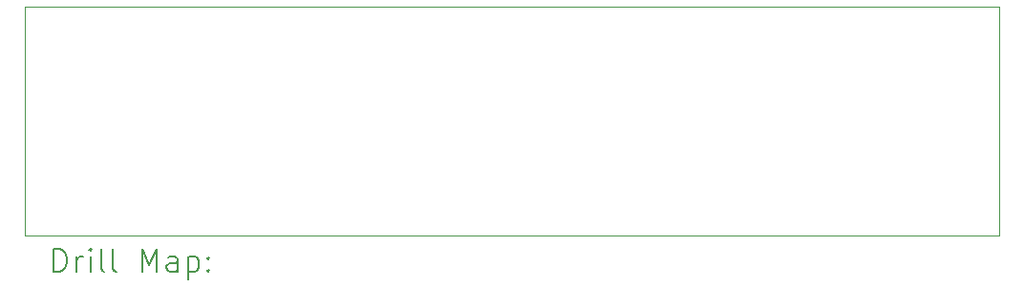
<source format=gbr>
%TF.GenerationSoftware,KiCad,Pcbnew,7.0.6*%
%TF.CreationDate,2023-11-23T12:57:32+01:00*%
%TF.ProjectId,ledpanel,6c656470-616e-4656-9c2e-6b696361645f,1*%
%TF.SameCoordinates,Original*%
%TF.FileFunction,Drillmap*%
%TF.FilePolarity,Positive*%
%FSLAX45Y45*%
G04 Gerber Fmt 4.5, Leading zero omitted, Abs format (unit mm)*
G04 Created by KiCad (PCBNEW 7.0.6) date 2023-11-23 12:57:32*
%MOMM*%
%LPD*%
G01*
G04 APERTURE LIST*
%ADD10C,0.100000*%
%ADD11C,0.200000*%
G04 APERTURE END LIST*
D10*
X10160000Y-9398000D02*
X18796000Y-9398000D01*
X18796000Y-11430000D01*
X10160000Y-11430000D01*
X10160000Y-9398000D01*
D11*
X10415777Y-11746484D02*
X10415777Y-11546484D01*
X10415777Y-11546484D02*
X10463396Y-11546484D01*
X10463396Y-11546484D02*
X10491967Y-11556008D01*
X10491967Y-11556008D02*
X10511015Y-11575055D01*
X10511015Y-11575055D02*
X10520539Y-11594103D01*
X10520539Y-11594103D02*
X10530063Y-11632198D01*
X10530063Y-11632198D02*
X10530063Y-11660769D01*
X10530063Y-11660769D02*
X10520539Y-11698865D01*
X10520539Y-11698865D02*
X10511015Y-11717912D01*
X10511015Y-11717912D02*
X10491967Y-11736960D01*
X10491967Y-11736960D02*
X10463396Y-11746484D01*
X10463396Y-11746484D02*
X10415777Y-11746484D01*
X10615777Y-11746484D02*
X10615777Y-11613150D01*
X10615777Y-11651246D02*
X10625301Y-11632198D01*
X10625301Y-11632198D02*
X10634824Y-11622674D01*
X10634824Y-11622674D02*
X10653872Y-11613150D01*
X10653872Y-11613150D02*
X10672920Y-11613150D01*
X10739586Y-11746484D02*
X10739586Y-11613150D01*
X10739586Y-11546484D02*
X10730063Y-11556008D01*
X10730063Y-11556008D02*
X10739586Y-11565531D01*
X10739586Y-11565531D02*
X10749110Y-11556008D01*
X10749110Y-11556008D02*
X10739586Y-11546484D01*
X10739586Y-11546484D02*
X10739586Y-11565531D01*
X10863396Y-11746484D02*
X10844348Y-11736960D01*
X10844348Y-11736960D02*
X10834824Y-11717912D01*
X10834824Y-11717912D02*
X10834824Y-11546484D01*
X10968158Y-11746484D02*
X10949110Y-11736960D01*
X10949110Y-11736960D02*
X10939586Y-11717912D01*
X10939586Y-11717912D02*
X10939586Y-11546484D01*
X11196729Y-11746484D02*
X11196729Y-11546484D01*
X11196729Y-11546484D02*
X11263396Y-11689341D01*
X11263396Y-11689341D02*
X11330062Y-11546484D01*
X11330062Y-11546484D02*
X11330062Y-11746484D01*
X11511015Y-11746484D02*
X11511015Y-11641722D01*
X11511015Y-11641722D02*
X11501491Y-11622674D01*
X11501491Y-11622674D02*
X11482443Y-11613150D01*
X11482443Y-11613150D02*
X11444348Y-11613150D01*
X11444348Y-11613150D02*
X11425301Y-11622674D01*
X11511015Y-11736960D02*
X11491967Y-11746484D01*
X11491967Y-11746484D02*
X11444348Y-11746484D01*
X11444348Y-11746484D02*
X11425301Y-11736960D01*
X11425301Y-11736960D02*
X11415777Y-11717912D01*
X11415777Y-11717912D02*
X11415777Y-11698865D01*
X11415777Y-11698865D02*
X11425301Y-11679817D01*
X11425301Y-11679817D02*
X11444348Y-11670293D01*
X11444348Y-11670293D02*
X11491967Y-11670293D01*
X11491967Y-11670293D02*
X11511015Y-11660769D01*
X11606253Y-11613150D02*
X11606253Y-11813150D01*
X11606253Y-11622674D02*
X11625301Y-11613150D01*
X11625301Y-11613150D02*
X11663396Y-11613150D01*
X11663396Y-11613150D02*
X11682443Y-11622674D01*
X11682443Y-11622674D02*
X11691967Y-11632198D01*
X11691967Y-11632198D02*
X11701491Y-11651246D01*
X11701491Y-11651246D02*
X11701491Y-11708388D01*
X11701491Y-11708388D02*
X11691967Y-11727436D01*
X11691967Y-11727436D02*
X11682443Y-11736960D01*
X11682443Y-11736960D02*
X11663396Y-11746484D01*
X11663396Y-11746484D02*
X11625301Y-11746484D01*
X11625301Y-11746484D02*
X11606253Y-11736960D01*
X11787205Y-11727436D02*
X11796729Y-11736960D01*
X11796729Y-11736960D02*
X11787205Y-11746484D01*
X11787205Y-11746484D02*
X11777682Y-11736960D01*
X11777682Y-11736960D02*
X11787205Y-11727436D01*
X11787205Y-11727436D02*
X11787205Y-11746484D01*
X11787205Y-11622674D02*
X11796729Y-11632198D01*
X11796729Y-11632198D02*
X11787205Y-11641722D01*
X11787205Y-11641722D02*
X11777682Y-11632198D01*
X11777682Y-11632198D02*
X11787205Y-11622674D01*
X11787205Y-11622674D02*
X11787205Y-11641722D01*
M02*

</source>
